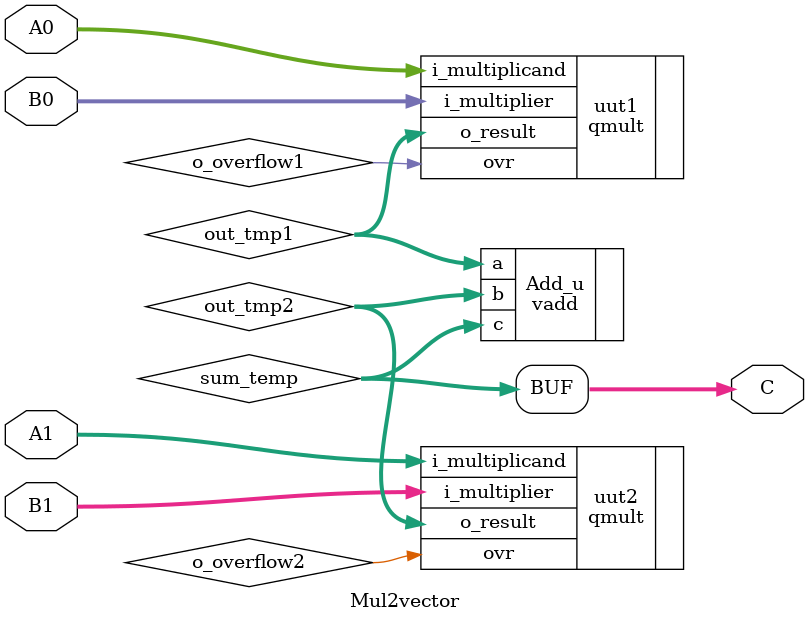
<source format=v>
module Mul2vector(A0,A1,B0,B1,C);
	input  [15:0] A0;
	input  [15:0] A1;
	input  [15:0] B0;
	input  [15:0] B1;
	output wire  [15:0] C;
	
	// Outputs
	wire  [15:0] out_tmp1;
	wire  [15:0] out_tmp2;
	wire [15:0] sum_temp;
	wire o_overflow1,o_overflow2;

	// Instantiate the Unit Under Test (UUT)
	qmult #(8,16) uut1 (
		.i_multiplicand(A0), 
		.i_multiplier(B0), 
		.o_result(out_tmp1), 
		.ovr(o_overflow1)
	);
	qmult #(8,16) uut2 (
		.i_multiplicand(A1), 
		.i_multiplier(B1), 
		.o_result(out_tmp2), 
		.ovr(o_overflow2)
	);

	vadd #(8,16) Add_u(.a(out_tmp1),.b(out_tmp2),.c(sum_temp)); 
	
	//assign C1 = out_tmp1;
	//assign C2 = out_tmp2;
	assign C = sum_temp;
	
endmodule

</source>
